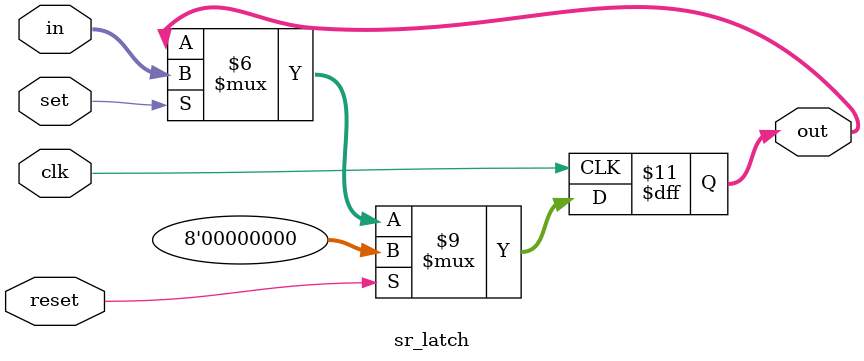
<source format=v>


module sr_latch(in, out, clk, set, reset);
	parameter WIDTH = 8;


	//data lines
	input [WIDTH-1:0] in;
	output reg [WIDTH-1:0] out;

	//control signals
	input clk, set, reset;

	initial begin
		out = 0;
	end

	always @(posedge clk) begin
		if(reset == 1'b1) out <= 0;
		else if(set == 1'b1) out <= in;
		else out <= out;
	end // always @(posedge clk)

endmodule

</source>
